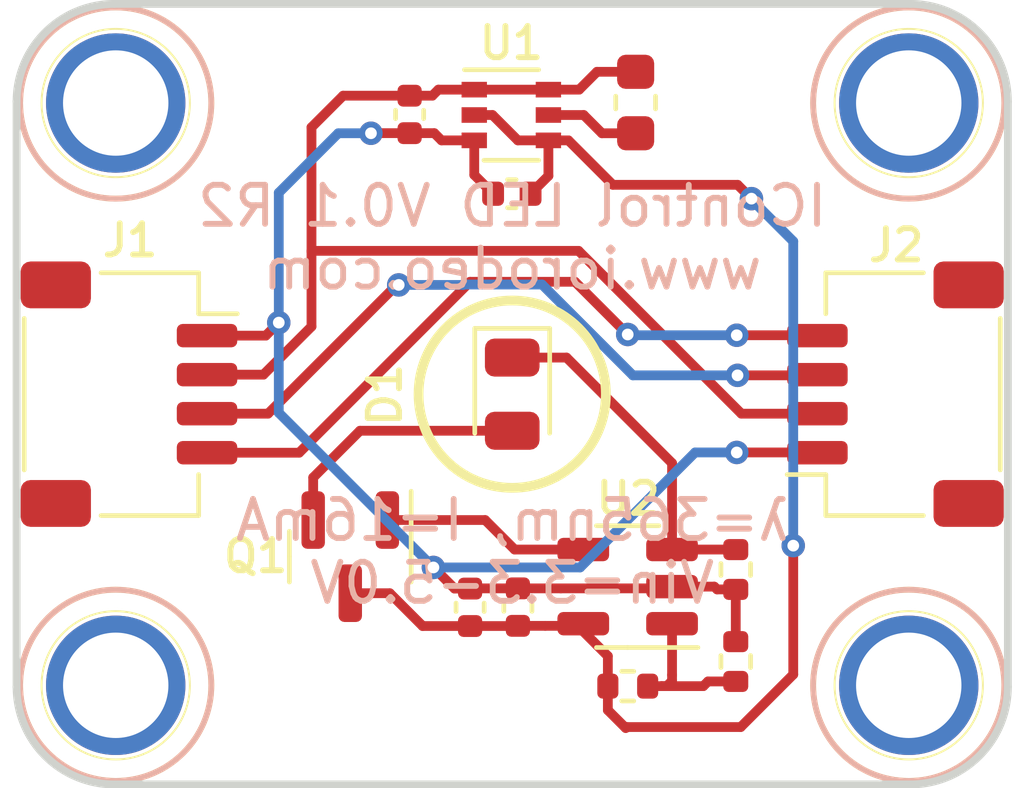
<source format=kicad_pcb>
(kicad_pcb (version 20221018) (generator pcbnew)
  (layers (0 "F.Cu" signal) (31 "B.Cu" signal) (34 "B.Paste" user) (35 "F.Paste" user) (36 "B.SilkS" user "B.Silkscreen") (37 "F.SilkS" user "F.Silkscreen") (38 "B.Mask" user) (39 "F.Mask" user) (44 "Edge.Cuts" user))
  (net 0 "")
  (net 1 "GND")
  (net 2 "/VIN")
  (net 3 "/VL")
  (net 4 "/SCL")
  (net 5 "/SDA")
  (net 6 "/5V")
  (net 7 "Net-(D1-K)")
  (net 8 "Net-(D1-A)")
  (net 9 "Net-(Q1-B)")
  (net 10 "/Vset")
  (footprint "custom_mount_hole:MountingHole_2.5mm_Pad" (layer "F.Cu") (at 52.54 52.54)
    (fp_text reference "M1" hide)
    (fp_text value "MountingHole_2.5mm_Pad" hide)
    (fp_circle (center 0 0) (end 2.45 0) (stroke (width 0.15)) (fill none) (layer "B.SilkS"))
    (fp_circle (center 0 0) (end 1.9 0) (stroke (width 0.05)) (fill none) (layer "F.SilkS"))
    (fp_circle (center 0 0) (end 2.45 0) (stroke (width 0.15)) (fill none) (layer "F.SilkS"))
    (pad "~" thru_hole circle (at 0 0) (size 3.57 3.57) (drill 2.7) (layers "*.Cu" "*.Mask"))
  )
  (footprint "custom_mount_hole:MountingHole_2.5mm_Pad" (layer "F.Cu") (at 72.86 52.54)
    (fp_text reference "M2" hide)
    (fp_text value "MountingHole_2.5mm_Pad" hide)
    (fp_circle (center 0 0) (end 2.45 0) (stroke (width 0.15)) (fill none) (layer "B.SilkS"))
    (fp_circle (center 0 0) (end 1.9 0) (stroke (width 0.05)) (fill none) (layer "F.SilkS"))
    (fp_circle (center 0 0) (end 2.45 0) (stroke (width 0.15)) (fill none) (layer "F.SilkS"))
    (pad "~" thru_hole circle (at 0 0) (size 3.57 3.57) (drill 2.7) (layers "*.Cu" "*.Mask"))
  )
  (footprint "custom_mount_hole:MountingHole_2.5mm_Pad" (layer "F.Cu") (at 72.86 67.46)
    (fp_text reference "M3" hide)
    (fp_text value "MountingHole_2.5mm_Pad" hide)
    (fp_circle (center 0 0) (end 2.45 0) (stroke (width 0.15)) (fill none) (layer "B.SilkS"))
    (fp_circle (center 0 0) (end 1.9 0) (stroke (width 0.05)) (fill none) (layer "F.SilkS"))
    (fp_circle (center 0 0) (end 2.45 0) (stroke (width 0.15)) (fill none) (layer "F.SilkS"))
    (pad "~" thru_hole circle (at 0 0) (size 3.57 3.57) (drill 2.7) (layers "*.Cu" "*.Mask"))
  )
  (footprint "custom_mount_hole:MountingHole_2.5mm_Pad" (layer "F.Cu") (at 52.54 67.46)
    (fp_text reference "M4" hide)
    (fp_text value "MountingHole_2.5mm_Pad" hide)
    (fp_circle (center 0 0) (end 2.45 0) (stroke (width 0.15)) (fill none) (layer "B.SilkS"))
    (fp_circle (center 0 0) (end 1.9 0) (stroke (width 0.05)) (fill none) (layer "F.SilkS"))
    (fp_circle (center 0 0) (end 2.45 0) (stroke (width 0.15)) (fill none) (layer "F.SilkS"))
    (pad "~" thru_hole circle (at 0 0) (size 3.57 3.57) (drill 2.7) (layers "*.Cu" "*.Mask"))
  )
  (footprint "LED_SMD:LED_0805_2012Metric" (layer "F.Cu") (at 62.7 60 -90)
    (fp_text reference "D1" (at 0.0202 3.264 -90) (layer "F.SilkS") (effects (font (size 0.8 0.8))))
    (fp_text value "LED" hide)
    (fp_line (start -1.685 -0.96) (end -1.685 0.96) (stroke (width 0.12)) (layer "F.SilkS"))
    (fp_line (start -1.685 0.96) (end 1 0.96) (stroke (width 0.12)) (layer "F.SilkS"))
    (fp_line (start 1 -0.96) (end -1.685 -0.96) (stroke (width 0.12)) (layer "F.SilkS"))
    (pad "1" smd roundrect (at -0.9375 0 270) (size 0.975 1.4) (layers "F.Cu" "F.Paste" "F.Mask") (net 7 "Net-(D1-K)"))
    (pad "2" smd roundrect (at 0.9375 0 270) (size 0.975 1.4) (layers "F.Cu" "F.Paste" "F.Mask") (net 8 "Net-(D1-A)"))
  )
  (footprint "JST_SH_SM04B_custom:JST_SH_SM04B-SRSS-TB_1x04-1MP_P1.00mm_Horizontal" (layer "F.Cu") (at 52.88 60 -90)
    (fp_text reference "J1" (at -3.9422 -0.0298) (layer "F.SilkS") (effects (font (size 0.8 0.8))))
    (fp_text value "Conn_01x04" hide)
    (fp_line (start -3.11 -1.785) (end -2.06 -1.785) (stroke (width 0.12)) (layer "F.SilkS"))
    (fp_line (start -3.11 0.715) (end -3.11 -1.785) (stroke (width 0.12)) (layer "F.SilkS"))
    (fp_line (start -2.06 -1.785) (end -2.06 -2.775) (stroke (width 0.12)) (layer "F.SilkS"))
    (fp_line (start -1.94 2.685) (end 1.94 2.685) (stroke (width 0.12)) (layer "F.SilkS"))
    (fp_line (start 3.11 -1.785) (end 2.06 -1.785) (stroke (width 0.12)) (layer "F.SilkS"))
    (fp_line (start 3.11 0.715) (end 3.11 -1.785) (stroke (width 0.12)) (layer "F.SilkS"))
    (pad "1" smd roundrect (at -1.5 -2 270) (size 0.6 1.55) (layers "F.Cu" "F.Paste" "F.Mask") (net 1 "GND"))
    (pad "2" smd roundrect (at -0.5 -2 270) (size 0.6 1.55) (layers "F.Cu" "F.Paste" "F.Mask") (net 2 "/VIN"))
    (pad "3" smd roundrect (at 0.5 -2 270) (size 0.6 1.55) (layers "F.Cu" "F.Paste" "F.Mask") (net 5 "/SDA"))
    (pad "4" smd roundrect (at 1.5 -2 270) (size 0.6 1.55) (layers "F.Cu" "F.Paste" "F.Mask") (net 4 "/SCL"))
    (pad "MP" smd roundrect (at -2.8 1.875 270) (size 1.2 1.8) (layers "F.Cu" "F.Paste" "F.Mask") (roundrect_rratio 0.2083333333))
    (pad "MP" smd roundrect (at 2.8 1.875 270) (size 1.2 1.8) (layers "F.Cu" "F.Paste" "F.Mask") (roundrect_rratio 0.2083333333))
  )
  (footprint "JST_SH_SM04B_custom:JST_SH_SM04B-SRSS-TB_1x04-1MP_P1.00mm_Horizontal" (layer "F.Cu") (at 72.52 60 90)
    (fp_text reference "J2" (at 3.8152 0.0208 180) (layer "F.SilkS") (effects (font (size 0.8 0.8))))
    (fp_text value "Conn_01x04" hide)
    (fp_line (start -3.11 -1.785) (end -2.06 -1.785) (stroke (width 0.12)) (layer "F.SilkS"))
    (fp_line (start -3.11 0.715) (end -3.11 -1.785) (stroke (width 0.12)) (layer "F.SilkS"))
    (fp_line (start -2.06 -1.785) (end -2.06 -2.775) (stroke (width 0.12)) (layer "F.SilkS"))
    (fp_line (start -1.94 2.685) (end 1.94 2.685) (stroke (width 0.12)) (layer "F.SilkS"))
    (fp_line (start 3.11 -1.785) (end 2.06 -1.785) (stroke (width 0.12)) (layer "F.SilkS"))
    (fp_line (start 3.11 0.715) (end 3.11 -1.785) (stroke (width 0.12)) (layer "F.SilkS"))
    (pad "1" smd roundrect (at -1.5 -2 90) (size 0.6 1.55) (layers "F.Cu" "F.Paste" "F.Mask") (net 1 "GND"))
    (pad "2" smd roundrect (at -0.5 -2 90) (size 0.6 1.55) (layers "F.Cu" "F.Paste" "F.Mask") (net 2 "/VIN"))
    (pad "3" smd roundrect (at 0.5 -2 90) (size 0.6 1.55) (layers "F.Cu" "F.Paste" "F.Mask") (net 5 "/SDA"))
    (pad "4" smd roundrect (at 1.5 -2 90) (size 0.6 1.55) (layers "F.Cu" "F.Paste" "F.Mask") (net 4 "/SCL"))
    (pad "MP" smd roundrect (at -2.8 1.875 90) (size 1.2 1.8) (layers "F.Cu" "F.Paste" "F.Mask") (roundrect_rratio 0.2083333333))
    (pad "MP" smd roundrect (at 2.8 1.875 90) (size 1.2 1.8) (layers "F.Cu" "F.Paste" "F.Mask") (roundrect_rratio 0.2083333333))
  )
  (footprint "Resistor_SMD:R_0402_1005Metric" (layer "F.Cu") (at 68.4276 64.4926 -90)
    (fp_text reference "R1" hide)
    (fp_text value "10" hide)
    (fp_line (start -0.153641 -0.38) (end 0.153641 -0.38) (stroke (width 0.12)) (layer "F.SilkS"))
    (fp_line (start -0.153641 0.38) (end 0.153641 0.38) (stroke (width 0.12)) (layer "F.SilkS"))
    (pad "1" smd roundrect (at -0.51 0 270) (size 0.54 0.64) (layers "F.Cu" "F.Paste" "F.Mask") (net 7 "Net-(D1-K)"))
    (pad "2" smd roundrect (at 0.51 0 270) (size 0.54 0.64) (layers "F.Cu" "F.Paste" "F.Mask") (net 1 "GND"))
  )
  (footprint "Package_TO_SOT_SMD:SOT-23-5" (layer "F.Cu") (at 65.6577 64.931 180)
    (fp_text reference "U2" (at -0.0125 2.25) (layer "F.SilkS") (effects (font (size 0.8 0.8) (thickness 0.15) bold)))
    (fp_text value "LMV321")
    (fp_line (start 0 -1.56) (end -1.8 -1.56) (stroke (width 0.12)) (layer "F.SilkS"))
    (fp_line (start 0 -1.56) (end 0.8 -1.56) (stroke (width 0.12)) (layer "F.SilkS"))
    (fp_line (start 0 1.56) (end -0.8 1.56) (stroke (width 0.12)) (layer "F.SilkS"))
    (fp_line (start 0 1.56) (end 0.8 1.56) (stroke (width 0.12)) (layer "F.SilkS"))
    (pad "1" smd roundrect (at -1.1375 -0.95 180) (size 1.325 0.6) (layers "F.Cu" "F.Paste" "F.Mask") (net 10 "/Vset"))
    (pad "2" smd roundrect (at -1.1375 0 180) (size 1.325 0.6) (layers "F.Cu" "F.Paste" "F.Mask") (net 1 "GND"))
    (pad "3" smd roundrect (at -1.1375 0.95 180) (size 1.325 0.6) (layers "F.Cu" "F.Paste" "F.Mask") (net 7 "Net-(D1-K)"))
    (pad "4" smd roundrect (at 1.1375 0.95 180) (size 1.325 0.6) (layers "F.Cu" "F.Paste" "F.Mask") (net 9 "Net-(Q1-B)"))
    (pad "5" smd roundrect (at 1.1375 -0.95 180) (size 1.325 0.6) (layers "F.Cu" "F.Paste" "F.Mask") (net 6 "/5V"))
  )
  (footprint "Capacitor_SMD:C_0402_1005Metric" (layer "F.Cu") (at 62.8452 65.456 90)
    (fp_text reference "C3" hide)
    (fp_text value "0.1uF" hide)
    (fp_line (start -0.107836 -0.36) (end 0.107836 -0.36) (stroke (width 0.12)) (layer "F.SilkS"))
    (fp_line (start -0.107836 0.36) (end 0.107836 0.36) (stroke (width 0.12)) (layer "F.SilkS"))
    (pad "1" smd roundrect (at -0.48 0 90) (size 0.56 0.62) (layers "F.Cu" "F.Paste" "F.Mask") (net 6 "/5V"))
    (pad "2" smd roundrect (at 0.48 0 90) (size 0.56 0.62) (layers "F.Cu" "F.Paste" "F.Mask") (net 1 "GND"))
  )
  (footprint "Resistor_SMD:R_0402_1005Metric" (layer "F.Cu") (at 68.4276 66.8508 90)
    (fp_text reference "R3" hide)
    (fp_text value "1k" hide)
    (fp_line (start -0.153641 -0.38) (end 0.153641 -0.38) (stroke (width 0.12)) (layer "F.SilkS"))
    (fp_line (start -0.153641 0.38) (end 0.153641 0.38) (stroke (width 0.12)) (layer "F.SilkS"))
    (pad "1" smd roundrect (at -0.51 0 90) (size 0.54 0.64) (layers "F.Cu" "F.Paste" "F.Mask") (net 10 "/Vset"))
    (pad "2" smd roundrect (at 0.51 0 90) (size 0.54 0.64) (layers "F.Cu" "F.Paste" "F.Mask") (net 1 "GND"))
  )
  (footprint "Inductor_SMD:L_0603_1608Metric" (layer "F.Cu") (at 65.8622 52.5272 -90)
    (fp_text reference "L1" hide)
    (fp_text value "4.7uF" hide)
    (fp_line (start -0.162779 -0.51) (end 0.162779 -0.51) (stroke (width 0.12)) (layer "F.SilkS"))
    (fp_line (start -0.162779 0.51) (end 0.162779 0.51) (stroke (width 0.12)) (layer "F.SilkS"))
    (pad "1" smd roundrect (at -0.7875 0 270) (size 0.875 0.95) (layers "F.Cu" "F.Paste" "F.Mask") (net 2 "/VIN"))
    (pad "2" smd roundrect (at 0.7875 0 270) (size 0.875 0.95) (layers "F.Cu" "F.Paste" "F.Mask") (net 3 "/VL"))
  )
  (footprint "Resistor_SMD:R_0402_1005Metric" (layer "F.Cu") (at 65.6602 67.481)
    (fp_text reference "R2" hide)
    (fp_text value "30k" hide)
    (fp_line (start -0.153641 -0.38) (end 0.153641 -0.38) (stroke (width 0.12)) (layer "F.SilkS"))
    (fp_line (start -0.153641 0.38) (end 0.153641 0.38) (stroke (width 0.12)) (layer "F.SilkS"))
    (pad "1" smd roundrect (at -0.51 0) (size 0.54 0.64) (layers "F.Cu" "F.Paste" "F.Mask") (net 6 "/5V"))
    (pad "2" smd roundrect (at 0.51 0) (size 0.54 0.64) (layers "F.Cu" "F.Paste" "F.Mask") (net 10 "/Vset"))
  )
  (footprint "Capacitor_SMD:C_0402_1005Metric" (layer "F.Cu") (at 60.071 52.832 90)
    (fp_text reference "C1" hide)
    (fp_text value "10uF" hide)
    (fp_line (start -0.107836 -0.36) (end 0.107836 -0.36) (stroke (width 0.12)) (layer "F.SilkS"))
    (fp_line (start -0.107836 0.36) (end 0.107836 0.36) (stroke (width 0.12)) (layer "F.SilkS"))
    (pad "1" smd roundrect (at -0.48 0 90) (size 0.56 0.62) (layers "F.Cu" "F.Paste" "F.Mask") (net 1 "GND"))
    (pad "2" smd roundrect (at 0.48 0 90) (size 0.56 0.62) (layers "F.Cu" "F.Paste" "F.Mask") (net 2 "/VIN"))
  )
  (footprint "Package_TO_SOT_SMD:SOT-363_SC-70-6" (layer "F.Cu") (at 62.677 52.847)
    (fp_text reference "U1" (at 0 -1.8438) (layer "F.SilkS") (effects (font (size 0.8 0.8))))
    (fp_text value "TPS61222DCK" hide)
    (fp_line (start -0.7 1.16) (end 0.7 1.16) (stroke (width 0.12)) (layer "F.SilkS"))
    (fp_line (start 0.7 -1.16) (end -1.2 -1.16) (stroke (width 0.12)) (layer "F.SilkS"))
    (pad "1" smd rect (at -0.95 -0.65) (size 0.65 0.4) (layers "F.Cu" "F.Paste" "F.Mask") (net 2 "/VIN"))
    (pad "2" smd rect (at -0.95 0) (size 0.65 0.4) (layers "F.Cu" "F.Paste" "F.Mask") (net 6 "/5V"))
    (pad "3" smd rect (at -0.95 0.65) (size 0.65 0.4) (layers "F.Cu" "F.Paste" "F.Mask") (net 1 "GND"))
    (pad "4" smd rect (at 0.95 0.65) (size 0.65 0.4) (layers "F.Cu" "F.Paste" "F.Mask") (net 6 "/5V"))
    (pad "5" smd rect (at 0.95 0) (size 0.65 0.4) (layers "F.Cu" "F.Paste" "F.Mask") (net 3 "/VL"))
    (pad "6" smd rect (at 0.95 -0.65) (size 0.65 0.4) (layers "F.Cu" "F.Paste" "F.Mask") (net 2 "/VIN"))
  )
  (footprint "Capacitor_SMD:C_0402_1005Metric" (layer "F.Cu") (at 61.6202 65.461 90)
    (fp_text reference "C4" hide)
    (fp_text value "10uF" hide)
    (fp_line (start -0.107836 -0.36) (end 0.107836 -0.36) (stroke (width 0.12)) (layer "F.SilkS"))
    (fp_line (start -0.107836 0.36) (end 0.107836 0.36) (stroke (width 0.12)) (layer "F.SilkS"))
    (pad "1" smd roundrect (at -0.48 0 90) (size 0.56 0.62) (layers "F.Cu" "F.Paste" "F.Mask") (net 6 "/5V"))
    (pad "2" smd roundrect (at 0.48 0 90) (size 0.56 0.62) (layers "F.Cu" "F.Paste" "F.Mask") (net 1 "GND"))
  )
  (footprint "Package_TO_SOT_SMD:SOT-23" (layer "F.Cu") (at 58.55 64.1625 -90)
    (fp_text reference "Q1" (at -0.0125 2.425 -180) (layer "F.SilkS") (effects (font (size 0.8 0.8) (thickness 0.15) bold)))
    (fp_text value "MMBT5551L" hide)
    (fp_line (start 0 -1.56) (end -1.675 -1.56) (stroke (width 0.12)) (layer "F.SilkS"))
    (fp_line (start 0 -1.56) (end 0.65 -1.56) (stroke (width 0.12)) (layer "F.SilkS"))
    (fp_line (start 0 1.56) (end -0.65 1.56) (stroke (width 0.12)) (layer "F.SilkS"))
    (fp_line (start 0 1.56) (end 0.65 1.56) (stroke (width 0.12)) (layer "F.SilkS"))
    (pad "1" smd roundrect (at -0.9375 -0.95 270) (size 1.475 0.6) (layers "F.Cu" "F.Paste" "F.Mask") (net 9 "Net-(Q1-B)"))
    (pad "2" smd roundrect (at -0.9375 0.95 270) (size 1.475 0.6) (layers "F.Cu" "F.Paste" "F.Mask") (net 8 "Net-(D1-A)"))
    (pad "3" smd roundrect (at 0.9375 0 270) (size 1.475 0.6) (layers "F.Cu" "F.Paste" "F.Mask") (net 6 "/5V"))
  )
  (footprint "Capacitor_SMD:C_0402_1005Metric" (layer "F.Cu") (at 62.6898 54.864)
    (fp_text reference "C2" hide)
    (fp_text value "10uF" hide)
    (fp_line (start -0.107836 -0.36) (end 0.107836 -0.36) (stroke (width 0.12)) (layer "F.SilkS"))
    (fp_line (start -0.107836 0.36) (end 0.107836 0.36) (stroke (width 0.12)) (layer "F.SilkS"))
    (pad "1" smd roundrect (at -0.48 0) (size 0.56 0.62) (layers "F.Cu" "F.Paste" "F.Mask") (net 1 "GND"))
    (pad "2" smd roundrect (at 0.48 0) (size 0.56 0.62) (layers "F.Cu" "F.Paste" "F.Mask") (net 6 "/5V"))
  )
  (gr_circle (center 62.7 60) (end 65.1 60) (stroke (width 0.25)) (fill none) (layer "F.SilkS"))
  (gr_arc (start 72.9 50) (mid 74.667767 50.732233) (end 75.4 52.5) (stroke (width 0.2)) (layer "Edge.Cuts"))
  (gr_arc (start 52.5 70) (mid 50.732233 69.267767) (end 50 67.5) (stroke (width 0.2)) (layer "Edge.Cuts"))
  (gr_line (start 52.5 50) (end 72.9 50) (stroke (width 0.2)) (layer "Edge.Cuts"))
  (gr_arc (start 50 52.5) (mid 50.732233 50.732233) (end 52.5 50) (stroke (width 0.2)) (layer "Edge.Cuts"))
  (gr_arc (start 75.4 67.5) (mid 74.667767 69.267767) (end 72.9 70) (stroke (width 0.2)) (layer "Edge.Cuts"))
  (gr_line (start 50 52.5) (end 50 67.5) (stroke (width 0.2)) (layer "Edge.Cuts"))
  (gr_line (start 52.5 70) (end 72.9 70) (stroke (width 0.2)) (layer "Edge.Cuts"))
  (gr_line (start 75.4 52.5) (end 75.4 67.5) (stroke (width 0.2)) (layer "Edge.Cuts"))
  (gr_text "IControl LED V0.1 R2\nwww.iorodeo.com\n\n\n\nλ=365nm, I=16mA\nVin=3.3-5.0V" (at 62.7 60.01) (layer "B.SilkS") (effects (font (size 1 1)) (justify mirror)))
  (segment (start 61.2218 64.981) (end 60.6806 64.4398) (width 0.25) (layer "F.Cu") (net 1))
  (segment (start 68.4276 65.0026) (end 68.4276 66.3408) (width 0.25) (layer "F.Cu") (net 1))
  (segment (start 60.071 53.312) (end 60.7034 53.312) (width 0.25) (layer "F.Cu") (net 1))
  (segment (start 60.7034 53.312) (end 60.8884 53.497) (width 0.25) (layer "F.Cu") (net 1))
  (segment (start 62.8452 64.976) (end 61.6252 64.976) (width 0.25) (layer "F.Cu") (net 1))
  (segment (start 68.4276 65.0026) (end 67.949 65.0026) (width 0.25) (layer "F.Cu") (net 1))
  (segment (start 70.3134 61.4934) (end 70.32 61.5) (width 0.25) (layer "F.Cu") (net 1))
  (segment (start 62.8452 64.976) (end 63.9452 64.976) (width 0.25) (layer "F.Cu") (net 1))
  (segment (start 67.949 65.0026) (end 67.8774 64.931) (width 0.25) (layer "F.Cu") (net 1))
  (segment (start 68.453 61.4934) (end 70.4134 61.4934) (width 0.25) (layer "F.Cu") (net 1))
  (segment (start 59.083 53.312) (end 59.0804 53.3146) (width 0.25) (layer "F.Cu") (net 1))
  (segment (start 56.3842 58.5) (end 54.98 58.5) (width 0.25) (layer "F.Cu") (net 1))
  (segment (start 70.4134 61.4934) (end 70.42 61.5) (width 0.25) (layer "F.Cu") (net 1))
  (segment (start 56.3842 58.5) (end 56.7182 58.166) (width 0.25) (layer "F.Cu") (net 1))
  (segment (start 70.7684 61.4934) (end 70.775 61.5) (width 0.25) (layer "F.Cu") (net 1))
  (segment (start 70.3634 61.4934) (end 70.37 61.5) (width 0.25) (layer "F.Cu") (net 1))
  (segment (start 61.727 54.3812) (end 62.2098 54.864) (width 0.25) (layer "F.Cu") (net 1))
  (segment (start 61.6202 64.981) (end 61.2218 64.981) (width 0.25) (layer "F.Cu") (net 1))
  (segment (start 66.7502 64.976) (end 66.7952 64.931) (width 0.25) (layer "F.Cu") (net 1))
  (segment (start 60.8884 53.497) (end 61.727 53.497) (width 0.25) (layer "F.Cu") (net 1))
  (segment (start 67.8774 64.931) (end 66.7952 64.931) (width 0.25) (layer "F.Cu") (net 1))
  (segment (start 60.071 53.312) (end 59.083 53.312) (width 0.25) (layer "F.Cu") (net 1))
  (segment (start 61.727 53.497) (end 61.727 54.3812) (width 0.25) (layer "F.Cu") (net 1))
  (segment (start 63.9452 64.976) (end 66.7502 64.976) (width 0.25) (layer "F.Cu") (net 1))
  (segment (start 61.6252 64.976) (end 61.6202 64.981) (width 0.25) (layer "F.Cu") (net 1))
  (via (at 60.6806 64.4398) (size 0.6) (drill 0.3) (layers "F.Cu" "B.Cu") (net 1))
  (via (at 56.7182 58.166) (size 0.6) (drill 0.3) (layers "F.Cu" "B.Cu") (net 1))
  (via (at 59.0804 53.3146) (size 0.6) (drill 0.3) (layers "F.Cu" "B.Cu") (net 1))
  (via (at 68.453 61.4934) (size 0.6) (drill 0.3) (layers "F.Cu" "B.Cu") (net 1))
  (segment (start 67.3862 61.4934) (end 68.453 61.4934) (width 0.25) (layer "B.Cu") (net 1))
  (segment (start 56.7182 54.8386) (end 58.2422 53.3146) (width 0.25) (layer "B.Cu") (net 1))
  (segment (start 60.6806 64.4398) (end 64.4398 64.4398) (width 0.25) (layer "B.Cu") (net 1))
  (segment (start 64.4398 64.4398) (end 67.3862 61.4934) (width 0.25) (layer "B.Cu") (net 1))
  (segment (start 56.7182 60.4774) (end 60.6806 64.4398) (width 0.25) (layer "B.Cu") (net 1))
  (segment (start 58.2422 53.3146) (end 59.0804 53.3146) (width 0.25) (layer "B.Cu") (net 1))
  (segment (start 56.7182 58.166) (end 56.7182 54.8386) (width 0.25) (layer "B.Cu") (net 1))
  (segment (start 56.7182 58.166) (end 56.7182 60.4774) (width 0.25) (layer "B.Cu") (net 1))
  (segment (start 60.6526 52.352) (end 60.8076 52.197) (width 0.25) (layer "F.Cu") (net 2))
  (segment (start 60.071 52.352) (end 60.6526 52.352) (width 0.25) (layer "F.Cu") (net 2))
  (segment (start 57.5564 53.1622) (end 58.3666 52.352) (width 0.25) (layer "F.Cu") (net 2))
  (segment (start 56.324 59.5) (end 57.5564 58.2676) (width 0.25) (layer "F.Cu") (net 2))
  (segment (start 64.8717 51.7397) (end 65.8622 51.7397) (width 0.25) (layer "F.Cu") (net 2))
  (segment (start 64.4144 52.197) (end 64.8717 51.7397) (width 0.25) (layer "F.Cu") (net 2))
  (segment (start 57.5564 56.3372) (end 57.5564 53.1622) (width 0.25) (layer "F.Cu") (net 2))
  (segment (start 57.5661 56.3275) (end 64.399584 56.3275) (width 0.25) (layer "F.Cu") (net 2))
  (segment (start 57.5564 58.2676) (end 57.5564 56.3372) (width 0.25) (layer "F.Cu") (net 2))
  (segment (start 63.627 52.197) (end 64.4144 52.197) (width 0.25) (layer "F.Cu") (net 2))
  (segment (start 57.5564 56.3372) (end 57.5661 56.3275) (width 0.25) (layer "F.Cu") (net 2))
  (segment (start 56.324 59.5) (end 54.98 59.5) (width 0.25) (layer "F.Cu") (net 2))
  (segment (start 58.3666 52.352) (end 60.071 52.352) (width 0.25) (layer "F.Cu") (net 2))
  (segment (start 64.399584 56.3275) (end 68.572084 60.5) (width 0.25) (layer "F.Cu") (net 2))
  (segment (start 68.572084 60.5) (end 70.42 60.5) (width 0.25) (layer "F.Cu") (net 2))
  (segment (start 61.727 52.197) (end 63.627 52.197) (width 0.25) (layer "F.Cu") (net 2))
  (segment (start 60.8076 52.197) (end 61.727 52.197) (width 0.25) (layer "F.Cu") (net 2))
  (segment (start 64.531 52.847) (end 63.627 52.847) (width 0.25) (layer "F.Cu") (net 3))
  (segment (start 65.8622 53.3147) (end 64.9987 53.3147) (width 0.25) (layer "F.Cu") (net 3))
  (segment (start 64.9987 53.3147) (end 64.531 52.847) (width 0.25) (layer "F.Cu") (net 3))
  (segment (start 57.24 61.5) (end 54.98 61.5) (width 0.25) (layer "F.Cu") (net 4))
  (segment (start 61.62 57.12) (end 57.24 61.5) (width 0.25) (layer "F.Cu") (net 4))
  (segment (start 68.453 58.49) (end 70.41 58.49) (width 0.25) (layer "F.Cu") (net 4))
  (segment (start 70.36 58.49) (end 70.37 58.5) (width 0.25) (layer "F.Cu") (net 4))
  (segment (start 70.41 58.49) (end 70.42 58.5) (width 0.25) (layer "F.Cu") (net 4))
  (segment (start 65.659 58.4708) (end 64.3082 57.12) (width 0.25) (layer "F.Cu") (net 4))
  (segment (start 70.31 58.49) (end 70.32 58.5) (width 0.25) (layer "F.Cu") (net 4))
  (segment (start 64.3082 57.12) (end 61.62 57.12) (width 0.25) (layer "F.Cu") (net 4))
  (via (at 68.453 58.49) (size 0.6) (drill 0.3) (layers "F.Cu" "B.Cu") (net 4))
  (via (at 65.659 58.4708) (size 0.6) (drill 0.3) (layers "F.Cu" "B.Cu") (net 4))
  (segment (start 68.453 58.49) (end 65.6782 58.49) (width 0.25) (layer "B.Cu") (net 4))
  (segment (start 65.6782 58.49) (end 65.659 58.4708) (width 0.25) (layer "B.Cu") (net 4))
  (segment (start 59.7916 57.2008) (end 59.7408 57.2008) (width 0.25) (layer "F.Cu") (net 5))
  (segment (start 68.472931 59.517669) (end 70.402331 59.517669) (width 0.25) (layer "F.Cu") (net 5))
  (segment (start 68.472931 59.517669) (end 68.4906 59.5) (width 0.25) (layer "F.Cu") (net 5))
  (segment (start 70.402331 59.517669) (end 70.42 59.5) (width 0.25) (layer "F.Cu") (net 5))
  (segment (start 59.7408 57.2008) (end 56.4416 60.5) (width 0.25) (layer "F.Cu") (net 5))
  (segment (start 56.4416 60.5) (end 54.98 60.5) (width 0.25) (layer "F.Cu") (net 5))
  (segment (start 68.472931 59.517669) (end 68.455262 59.5) (width 0.25) (layer "F.Cu") (net 5))
  (segment (start 70.352331 59.517669) (end 70.37 59.5) (width 0.25) (layer "F.Cu") (net 5))
  (via (at 59.7916 57.2008) (size 0.6) (drill 0.3) (layers "F.Cu" "B.Cu") (net 5))
  (via (at 68.472931 59.517669) (size 0.6) (drill 0.3) (layers "F.Cu" "B.Cu") (net 5))
  (segment (start 61.4492 57.2008) (end 59.7916 57.2008) (width 0.25) (layer "B.Cu") (net 5))
  (segment (start 68.472931 59.517669) (end 65.791469 59.517669) (width 0.25) (layer "B.Cu") (net 5))
  (segment (start 65.791469 59.517669) (end 63.4638 57.19) (width 0.25) (layer "B.Cu") (net 5))
  (segment (start 61.46 57.19) (end 61.4492 57.2008) (width 0.25) (layer "B.Cu") (net 5))
  (segment (start 63.4638 57.19) (end 61.46 57.19) (width 0.25) (layer "B.Cu") (net 5))
  (segment (start 63.627 54.4068) (end 63.1698 54.864) (width 0.25) (layer "F.Cu") (net 6))
  (segment (start 64.5202 65.881) (end 64.5202 66.081) (width 0.25) (layer "F.Cu") (net 6))
  (segment (start 62.8402 65.941) (end 62.8452 65.936) (width 0.25) (layer "F.Cu") (net 6))
  (segment (start 63.5452 65.936) (end 64.4652 65.936) (width 0.25) (layer "F.Cu") (net 6))
  (segment (start 61.6202 65.941) (end 60.4038 65.941) (width 0.25) (layer "F.Cu") (net 6))
  (segment (start 65.6082 68.5546) (end 65.1502 68.0966) (width 0.25) (layer "F.Cu") (net 6))
  (segment (start 58.55 65.1) (end 58.55 65.5858) (width 0.25) (layer "F.Cu") (net 6))
  (segment (start 62.8452 65.936) (end 63.5452 65.936) (width 0.25) (layer "F.Cu") (net 6))
  (segment (start 61.727 52.847) (end 62.1942 52.847) (width 0.25) (layer "F.Cu") (net 6))
  (segment (start 68.5546 68.5292) (end 65.6336 68.5292) (width 0.25) (layer "F.Cu") (net 6))
  (segment (start 65.1502 66.711) (end 65.1502 67.481) (width 0.25) (layer "F.Cu") (net 6))
  (segment (start 68.4754 54.6354) (end 68.83 54.99) (width 0.25) (layer "F.Cu") (net 6))
  (segment (start 63.627 53.497) (end 64.1396 53.497) (width 0.25) (layer "F.Cu") (net 6))
  (segment (start 65.278 54.6354) (end 68.4754 54.6354) (width 0.25) (layer "F.Cu") (net 6))
  (segment (start 62.1942 52.847) (end 62.8442 53.497) (width 0.25) (layer "F.Cu") (net 6))
  (segment (start 64.5202 66.081) (end 65.1502 66.711) (width 0.25) (layer "F.Cu") (net 6))
  (segment (start 61.6202 65.941) (end 62.8402 65.941) (width 0.25) (layer "F.Cu") (net 6))
  (segment (start 59.5628 65.1) (end 58.55 65.1) (width 0.25) (layer "F.Cu") (net 6))
  (segment (start 65.6336 68.5292) (end 65.6082 68.5546) (width 0.25) (layer "F.Cu") (net 6))
  (segment (start 63.627 53.497) (end 63.627 54.4068) (width 0.25) (layer "F.Cu") (net 6))
  (segment (start 64.1396 53.497) (end 65.278 54.6354) (width 0.25) (layer "F.Cu") (net 6))
  (segment (start 69.9008 67.183) (end 68.5546 68.5292) (width 0.25) (layer "F.Cu") (net 6))
  (segment (start 60.4038 65.941) (end 59.5628 65.1) (width 0.25) (layer "F.Cu") (net 6))
  (segment (start 69.9008 63.881) (end 69.9008 67.183) (width 0.25) (layer "F.Cu") (net 6))
  (segment (start 62.8442 53.497) (end 63.627 53.497) (width 0.25) (layer "F.Cu") (net 6))
  (segment (start 65.1502 68.0966) (end 65.1502 67.481) (width 0.25) (layer "F.Cu") (net 6))
  (segment (start 64.4652 65.936) (end 64.5202 65.881) (width 0.25) (layer "F.Cu") (net 6))
  (via (at 69.9008 63.881) (size 0.6) (drill 0.3) (layers "F.Cu" "B.Cu") (net 6))
  (via (at 68.83 54.99) (size 0.6) (drill 0.3) (layers "F.Cu" "B.Cu") (net 6))
  (segment (start 69.9008 56.0832) (end 68.83 55.0124) (width 0.25) (layer "B.Cu") (net 6))
  (segment (start 68.83 55.0124) (end 68.83 54.99) (width 0.25) (layer "B.Cu") (net 6))
  (segment (start 69.9008 63.881) (end 69.9008 56.0832) (width 0.25) (layer "B.Cu") (net 6))
  (segment (start 68.426 63.981) (end 68.4276 63.9826) (width 0.25) (layer "F.Cu") (net 7))
  (segment (start 62.7 59.0625) (end 64.0917 59.0625) (width 0.25) (layer "F.Cu") (net 7))
  (segment (start 66.7952 61.766) (end 66.7952 63.981) (width 0.25) (layer "F.Cu") (net 7))
  (segment (start 66.7952 63.981) (end 68.426 63.981) (width 0.25) (layer "F.Cu") (net 7))
  (segment (start 64.0917 59.0625) (end 66.7952 61.766) (width 0.25) (layer "F.Cu") (net 7))
  (segment (start 58.7981 60.9375) (end 62.7 60.9375) (width 0.25) (layer "F.Cu") (net 8))
  (segment (start 57.6 63.225) (end 57.6 62.1356) (width 0.25) (layer "F.Cu") (net 8))
  (segment (start 57.6 62.1356) (end 58.7981 60.9375) (width 0.25) (layer "F.Cu") (net 8))
  (segment (start 62.0058 63.225) (end 59.5 63.225) (width 0.25) (layer "F.Cu") (net 9))
  (segment (start 59.545 63.18) (end 59.5 63.225) (width 0.25) (layer "F.Cu") (net 9))
  (segment (start 64.5202 63.981) (end 62.7618 63.981) (width 0.25) (layer "F.Cu") (net 9))
  (segment (start 62.7618 63.981) (end 62.0058 63.225) (width 0.25) (layer "F.Cu") (net 9))
  (segment (start 66.7952 67.346) (end 66.6602 67.481) (width 0.25) (layer "F.Cu") (net 10))
  (segment (start 67.7164 67.3608) (end 68.4276 67.3608) (width 0.25) (layer "F.Cu") (net 10))
  (segment (start 66.7952 65.881) (end 66.7952 67.196) (width 0.25) (layer "F.Cu") (net 10))
  (segment (start 66.5226 67.481) (end 67.5962 67.481) (width 0.25) (layer "F.Cu") (net 10))
  (segment (start 66.5226 67.481) (end 66.1702 67.481) (width 0.25) (layer "F.Cu") (net 10))
  (segment (start 66.7952 67.196) (end 66.7952 67.346) (width 0.25) (layer "F.Cu") (net 10))
  (segment (start 66.6602 67.481) (end 66.5226 67.481) (width 0.25) (layer "F.Cu") (net 10))
  (segment (start 67.5962 67.481) (end 67.7164 67.3608) (width 0.25) (layer "F.Cu") (net 10))
)
</source>
